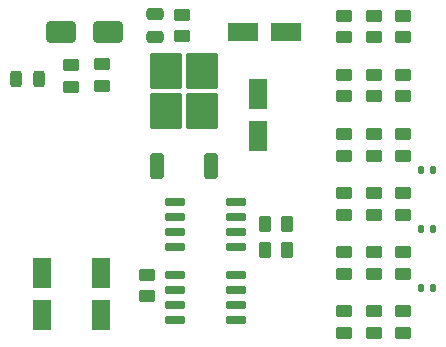
<source format=gtp>
G04 #@! TF.GenerationSoftware,KiCad,Pcbnew,7.0.11-7.0.11~ubuntu22.04.1*
G04 #@! TF.CreationDate,2024-12-11T14:00:36+07:00*
G04 #@! TF.ProjectId,seat_golden,73656174-5f67-46f6-9c64-656e2e6b6963,rev?*
G04 #@! TF.SameCoordinates,Original*
G04 #@! TF.FileFunction,Paste,Top*
G04 #@! TF.FilePolarity,Positive*
%FSLAX46Y46*%
G04 Gerber Fmt 4.6, Leading zero omitted, Abs format (unit mm)*
G04 Created by KiCad (PCBNEW 7.0.11-7.0.11~ubuntu22.04.1) date 2024-12-11 14:00:36*
%MOMM*%
%LPD*%
G01*
G04 APERTURE LIST*
G04 Aperture macros list*
%AMRoundRect*
0 Rectangle with rounded corners*
0 $1 Rounding radius*
0 $2 $3 $4 $5 $6 $7 $8 $9 X,Y pos of 4 corners*
0 Add a 4 corners polygon primitive as box body*
4,1,4,$2,$3,$4,$5,$6,$7,$8,$9,$2,$3,0*
0 Add four circle primitives for the rounded corners*
1,1,$1+$1,$2,$3*
1,1,$1+$1,$4,$5*
1,1,$1+$1,$6,$7*
1,1,$1+$1,$8,$9*
0 Add four rect primitives between the rounded corners*
20,1,$1+$1,$2,$3,$4,$5,0*
20,1,$1+$1,$4,$5,$6,$7,0*
20,1,$1+$1,$6,$7,$8,$9,0*
20,1,$1+$1,$8,$9,$2,$3,0*%
G04 Aperture macros list end*
%ADD10RoundRect,0.250000X0.450000X-0.262500X0.450000X0.262500X-0.450000X0.262500X-0.450000X-0.262500X0*%
%ADD11RoundRect,0.250000X0.262500X0.450000X-0.262500X0.450000X-0.262500X-0.450000X0.262500X-0.450000X0*%
%ADD12RoundRect,0.250000X-0.475000X0.250000X-0.475000X-0.250000X0.475000X-0.250000X0.475000X0.250000X0*%
%ADD13RoundRect,0.250000X0.550000X-1.050000X0.550000X1.050000X-0.550000X1.050000X-0.550000X-1.050000X0*%
%ADD14RoundRect,0.250000X-0.450000X0.262500X-0.450000X-0.262500X0.450000X-0.262500X0.450000X0.262500X0*%
%ADD15RoundRect,0.243750X0.243750X0.456250X-0.243750X0.456250X-0.243750X-0.456250X0.243750X-0.456250X0*%
%ADD16RoundRect,0.135000X-0.135000X-0.185000X0.135000X-0.185000X0.135000X0.185000X-0.135000X0.185000X0*%
%ADD17RoundRect,0.250000X-0.550000X1.050000X-0.550000X-1.050000X0.550000X-1.050000X0.550000X1.050000X0*%
%ADD18RoundRect,0.250000X-1.050000X-0.550000X1.050000X-0.550000X1.050000X0.550000X-1.050000X0.550000X0*%
%ADD19RoundRect,0.250000X0.350000X-0.850000X0.350000X0.850000X-0.350000X0.850000X-0.350000X-0.850000X0*%
%ADD20RoundRect,0.250000X1.125000X-1.275000X1.125000X1.275000X-1.125000X1.275000X-1.125000X-1.275000X0*%
%ADD21RoundRect,0.250000X-0.262500X-0.450000X0.262500X-0.450000X0.262500X0.450000X-0.262500X0.450000X0*%
%ADD22RoundRect,0.250000X1.000000X0.650000X-1.000000X0.650000X-1.000000X-0.650000X1.000000X-0.650000X0*%
%ADD23RoundRect,0.150000X-0.725000X-0.150000X0.725000X-0.150000X0.725000X0.150000X-0.725000X0.150000X0*%
G04 APERTURE END LIST*
D10*
X44864214Y-8264214D03*
X44864214Y-6439214D03*
D11*
X35012500Y-21300000D03*
X33187500Y-21300000D03*
D12*
X23864214Y-1314214D03*
X23864214Y-3214214D03*
D13*
X32614214Y-11614214D03*
X32614214Y-8014214D03*
D14*
X42364214Y-16439214D03*
X42364214Y-18264214D03*
D10*
X16764214Y-7426714D03*
X16764214Y-5601714D03*
D15*
X14001714Y-6814214D03*
X12126714Y-6814214D03*
D10*
X39864214Y-3264214D03*
X39864214Y-1439214D03*
D16*
X46354214Y-14514214D03*
X47374214Y-14514214D03*
D17*
X19314214Y-23200000D03*
X19314214Y-26800000D03*
D10*
X44864214Y-3264214D03*
X44864214Y-1439214D03*
D14*
X42364214Y-21439214D03*
X42364214Y-23264214D03*
D18*
X31314214Y-2814214D03*
X34914214Y-2814214D03*
D10*
X44864214Y-13264214D03*
X44864214Y-11439214D03*
X44864214Y-18264214D03*
X44864214Y-16439214D03*
D19*
X24036714Y-14114214D03*
D20*
X24791714Y-9489214D03*
X27841714Y-9489214D03*
X24791714Y-6139214D03*
X27841714Y-6139214D03*
D19*
X28596714Y-14114214D03*
D14*
X26114214Y-1351714D03*
X26114214Y-3176714D03*
X42364214Y-1439214D03*
X42364214Y-3264214D03*
D16*
X46354214Y-24514214D03*
X47374214Y-24514214D03*
D14*
X42364214Y-11439214D03*
X42364214Y-13264214D03*
D10*
X39864214Y-18264214D03*
X39864214Y-16439214D03*
X39864214Y-23264214D03*
X39864214Y-21439214D03*
D14*
X23164214Y-23339214D03*
X23164214Y-25164214D03*
D21*
X33187500Y-19100000D03*
X35012500Y-19100000D03*
D14*
X42364214Y-26439214D03*
X42364214Y-28264214D03*
D17*
X14264214Y-23200000D03*
X14264214Y-26800000D03*
D10*
X39864214Y-13264214D03*
X39864214Y-11439214D03*
X44864214Y-23264214D03*
X44864214Y-21439214D03*
D14*
X42364214Y-6439214D03*
X42364214Y-8264214D03*
X19414214Y-5551714D03*
X19414214Y-7376714D03*
D22*
X19864214Y-2764214D03*
X15864214Y-2764214D03*
D10*
X39864214Y-8264214D03*
X39864214Y-6439214D03*
D23*
X25539214Y-23359214D03*
X25539214Y-24629214D03*
X25539214Y-25899214D03*
X25539214Y-27169214D03*
X30689214Y-27169214D03*
X30689214Y-25899214D03*
X30689214Y-24629214D03*
X30689214Y-23359214D03*
D10*
X39864214Y-28264214D03*
X39864214Y-26439214D03*
D23*
X25539214Y-17204214D03*
X25539214Y-18474214D03*
X25539214Y-19744214D03*
X25539214Y-21014214D03*
X30689214Y-21014214D03*
X30689214Y-19744214D03*
X30689214Y-18474214D03*
X30689214Y-17204214D03*
D10*
X44864214Y-28264214D03*
X44864214Y-26439214D03*
D16*
X46354214Y-19514214D03*
X47374214Y-19514214D03*
M02*

</source>
